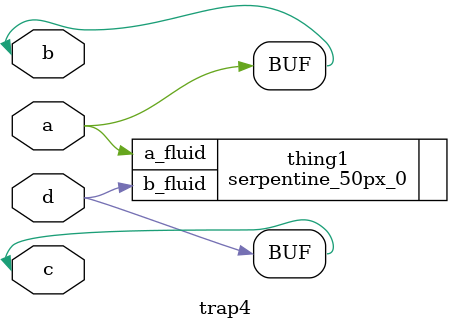
<source format=v>
module mux3_40px_0(input a, b, c, input sa, sb, sc, output y);
  valve_40px_1 thing1(.out_air(fa), .in_air(sa), .in_fluid(a), .out_fluid(y));
  valve_40px_1 thing2(.out_air(fb), .in_air(sb), .in_fluid(b), .out_fluid(y));
  valve_40px_1 thing3(.out_air(fc), .in_air(sc), .in_fluid(c), .out_fluid(y));
endmodule

module pump1_40px_0(input in, input pump1, output air_out, output out);
    valve_40px_1 thing(.in_air(pump1), .out_air(air_out), .in_fluid(in), .out_fluid(out));
endmodule

module pump3_40px_0(inout in, inout out, input pump1, pump2, pump3, output air_out1, air_out2, air_out3);
  wire x, y;
  valve_40px_1 thing1(.in_air(pump1), .out_air(air_out1), .in_fluid(in), .out_fluid(x));
  valve_40px_1 thing2(.in_air(pump2), .out_air(air_out2), .in_fluid(x), .out_fluid(y));
  valve_40px_1 thing3(.in_air(pump3), .out_air(air_out3), .in_fluid(y), .out_fluid(out));
endmodule

module valve((* type="flow" *) inout fluid_in, (* type="flow" *)inout fluid_out, (* type="ctrl" *)input air_in, (* type="ctrl" *)output air_out);
  valve_40px_1 thing(.in_air(air_in), .out_air(air_out), .in_fluid(fluid_in), .out_fluid(fluid_out));
endmodule

module pump_valve((* type="flow" *) inout fluid_in, (* type="flow" *)inout fluid_out, (* type="ctrl" *)input air_in, (* type="ctrl" *)output air_out);
  valve_40px_1 thing(.in_air(air_in), .out_air(air_out), .in_fluid(fluid_in), .out_fluid(fluid_out));
endmodule

module sieve_valve((* type="flow" *) inout fluid_in, (* type="flow" *)inout fluid_out, (* type="ctrl" *)input air_in, (* type="ctrl" *)output air_out);
  valve_40px_1 thing(.in_air(air_in), .out_air(air_out), .in_fluid(fluid_in), .out_fluid(fluid_out));
endmodule

module mixer(inout a, b, inout y);
  diffmix_25px_0 thing(.a_fluid(a), .b_fluid(b), .out_fluid(y));
endmodule

module chamber((* type="flow" *)inout in, (* type="flow" *)inout out);
  serpentine_150px_0 thing(.in_fluid(in), .out_fluid(out));
endmodule

module serpentine(inout in, inout out);
  serpentine_150px_0 thing(.in_fluid(in), .out_fluid(out));
endmodule

module filter(inout in, inout out);
  serpentine_150px_0 thing(.in_fluid(in), .out_fluid(out));
endmodule

module heater(inout in, inout out);
  serpentine_150px_0 thing(.in_fluid(in), .out_fluid(out));
endmodule

module detector(inout in, inout out);
  serpentine_150px_0 thing(.in_fluid(in), .out_fluid(out));
endmodule

module dilutor(inout a, b, inout y);
  diffmix_25px_0 thing(.a_fluid(a), .b_fluid(b), .out_fluid(y));
endmodule

module trap4(inout a, b, c, d);
  assign b = a;
  assign d = c;
  serpentine_50px_0 thing1(.a_fluid(a), .b_fluid(d));
endmodule

</source>
